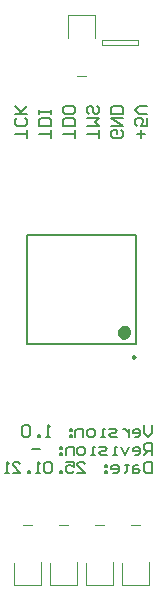
<source format=gbo>
G04*
G04 #@! TF.GenerationSoftware,Altium Limited,Altium Designer,21.0.9 (235)*
G04*
G04 Layer_Color=32896*
%FSLAX25Y25*%
%MOIN*%
G70*
G04*
G04 #@! TF.SameCoordinates,CEEBEC93-FDC5-4B9E-8111-BC73F9B13B43*
G04*
G04*
G04 #@! TF.FilePolarity,Positive*
G04*
G01*
G75*
%ADD15C,0.00984*%
%ADD39C,0.02362*%
%ADD40C,0.00394*%
%ADD41C,0.00787*%
%ADD42C,0.00591*%
D15*
X54012Y78559D02*
X53274Y78985D01*
Y78133D01*
X54012Y78559D01*
D39*
X51354Y86827D02*
X50910Y87750D01*
X49910Y87978D01*
X49109Y87339D01*
Y86314D01*
X49910Y85675D01*
X50910Y85903D01*
X51354Y86827D01*
D40*
X34600Y172300D02*
X34850D01*
X37600D01*
X31600Y184900D02*
Y185600D01*
Y190100D01*
X40400Y185000D02*
Y187100D01*
Y190100D01*
X31600D02*
Y192500D01*
X40400D01*
Y190100D02*
Y192500D01*
X55150Y22700D02*
X55400D01*
X52400D02*
X55150D01*
X58400Y9400D02*
Y10100D01*
Y4900D02*
Y9400D01*
X49600Y7900D02*
Y10000D01*
Y4900D02*
Y7900D01*
X58400Y2500D02*
Y4900D01*
X49600Y2500D02*
X58400D01*
X49600D02*
Y4900D01*
X25600Y2500D02*
Y4900D01*
Y2500D02*
X34400D01*
Y4900D01*
X25600D02*
Y7900D01*
Y10000D01*
X34400Y4900D02*
Y9400D01*
Y10100D01*
X28400Y22700D02*
X31150D01*
X31400D01*
X13600Y2500D02*
Y4900D01*
Y2500D02*
X22400D01*
Y4900D01*
X13600D02*
Y7900D01*
Y10000D01*
X22400Y4900D02*
Y9400D01*
Y10100D01*
X16400Y22700D02*
X19150D01*
X19400D01*
X43000Y182509D02*
X55000D01*
Y184209D01*
X43000D02*
X55000D01*
X43000Y182509D02*
Y184209D01*
X37600Y2500D02*
Y4900D01*
Y2500D02*
X46400D01*
Y4900D01*
X37600D02*
Y7900D01*
Y10000D01*
X46400Y4900D02*
Y9400D01*
Y10100D01*
X40400Y22700D02*
X43150D01*
X43400D01*
D41*
X17890Y82890D02*
Y119110D01*
X54110Y82890D02*
Y119110D01*
X17890D02*
X54110D01*
X17890Y82890D02*
X54110D01*
D42*
X49312Y154214D02*
X49968Y153558D01*
Y152246D01*
X49312Y151591D01*
X46688D01*
X46032Y152246D01*
Y153558D01*
X46688Y154214D01*
X48000D01*
Y152902D01*
X46032Y155526D02*
X49968D01*
X46032Y158150D01*
X49968D01*
Y159462D02*
X46032D01*
Y161430D01*
X46688Y162086D01*
X49312D01*
X49968Y161430D01*
Y159462D01*
X25968Y151591D02*
Y154214D01*
Y152902D01*
X22032D01*
X25968Y155526D02*
X22032D01*
Y157494D01*
X22688Y158150D01*
X25312D01*
X25968Y157494D01*
Y155526D01*
Y159462D02*
Y160774D01*
Y160118D01*
X22032D01*
Y159462D01*
Y160774D01*
X17968Y151591D02*
Y154214D01*
Y152902D01*
X14032D01*
X17312Y158150D02*
X17968Y157494D01*
Y156182D01*
X17312Y155526D01*
X14688D01*
X14032Y156182D01*
Y157494D01*
X14688Y158150D01*
X17968Y159462D02*
X14032D01*
X15344D01*
X17968Y162086D01*
X16000Y160118D01*
X14032Y162086D01*
X56000Y151591D02*
Y154214D01*
X57312Y152902D02*
X54688D01*
X57968Y158150D02*
Y155526D01*
X56000D01*
X56656Y156838D01*
Y157494D01*
X56000Y158150D01*
X54688D01*
X54032Y157494D01*
Y156182D01*
X54688Y155526D01*
X57968Y159462D02*
X55344D01*
X54032Y160774D01*
X55344Y162086D01*
X57968D01*
X41968Y151591D02*
Y154214D01*
Y152902D01*
X38032D01*
Y155526D02*
X41968D01*
X40656Y156838D01*
X41968Y158150D01*
X38032D01*
X41312Y162086D02*
X41968Y161430D01*
Y160118D01*
X41312Y159462D01*
X40656D01*
X40000Y160118D01*
Y161430D01*
X39344Y162086D01*
X38688D01*
X38032Y161430D01*
Y160118D01*
X38688Y159462D01*
X33968Y151591D02*
Y154214D01*
Y152902D01*
X30032D01*
X33968Y155526D02*
X30032D01*
Y157494D01*
X30688Y158150D01*
X33312D01*
X33968Y157494D01*
Y155526D01*
Y161430D02*
Y160118D01*
X33312Y159462D01*
X30688D01*
X30032Y160118D01*
Y161430D01*
X30688Y162086D01*
X33312D01*
X33968Y161430D01*
X59610Y55967D02*
Y53343D01*
X58298Y52032D01*
X56986Y53343D01*
Y55967D01*
X53707Y52032D02*
X55019D01*
X55674Y52688D01*
Y54000D01*
X55019Y54655D01*
X53707D01*
X53051Y54000D01*
Y53343D01*
X55674D01*
X51739Y54655D02*
Y52032D01*
Y53343D01*
X51083Y54000D01*
X50427Y54655D01*
X49771D01*
X47803Y52032D02*
X45835D01*
X45179Y52688D01*
X45835Y53343D01*
X47147D01*
X47803Y54000D01*
X47147Y54655D01*
X45179D01*
X43867Y52032D02*
X42555D01*
X43211D01*
Y54655D01*
X43867D01*
X39931Y52032D02*
X38620D01*
X37964Y52688D01*
Y54000D01*
X38620Y54655D01*
X39931D01*
X40587Y54000D01*
Y52688D01*
X39931Y52032D01*
X36652D02*
Y54655D01*
X34684D01*
X34028Y54000D01*
Y52032D01*
X32716Y54655D02*
X32060D01*
Y54000D01*
X32716D01*
Y54655D01*
Y52688D02*
X32060D01*
Y52032D01*
X32716D01*
Y52688D01*
X25501Y52032D02*
X24189D01*
X24845D01*
Y55967D01*
X25501Y55311D01*
X22221Y52032D02*
Y52688D01*
X21565D01*
Y52032D01*
X22221D01*
X18941Y55311D02*
X18285Y55967D01*
X16973D01*
X16317Y55311D01*
Y52688D01*
X16973Y52032D01*
X18285D01*
X18941Y52688D01*
Y55311D01*
X59610Y45891D02*
Y49827D01*
X57642D01*
X56986Y49171D01*
Y47859D01*
X57642Y47203D01*
X59610D01*
X58298D02*
X56986Y45891D01*
X53707D02*
X55019D01*
X55674Y46547D01*
Y47859D01*
X55019Y48515D01*
X53707D01*
X53051Y47859D01*
Y47203D01*
X55674D01*
X51739Y48515D02*
X50427Y45891D01*
X49115Y48515D01*
X47803Y45891D02*
X46491D01*
X47147D01*
Y48515D01*
X47803D01*
X44523Y45891D02*
X42555D01*
X41899Y46547D01*
X42555Y47203D01*
X43867D01*
X44523Y47859D01*
X43867Y48515D01*
X41899D01*
X40587Y45891D02*
X39276D01*
X39931D01*
Y48515D01*
X40587D01*
X36652Y45891D02*
X35340D01*
X34684Y46547D01*
Y47859D01*
X35340Y48515D01*
X36652D01*
X37308Y47859D01*
Y46547D01*
X36652Y45891D01*
X33372D02*
Y48515D01*
X31404D01*
X30748Y47859D01*
Y45891D01*
X29436Y48515D02*
X28780D01*
Y47859D01*
X29436D01*
Y48515D01*
Y46547D02*
X28780D01*
Y45891D01*
X29436D01*
Y46547D01*
X22221Y47859D02*
X19597D01*
X59610Y43687D02*
Y39751D01*
X57642D01*
X56986Y40407D01*
Y43031D01*
X57642Y43687D01*
X59610D01*
X55019Y42375D02*
X53707D01*
X53051Y41719D01*
Y39751D01*
X55019D01*
X55674Y40407D01*
X55019Y41063D01*
X53051D01*
X51083Y43031D02*
Y42375D01*
X51739D01*
X50427D01*
X51083D01*
Y40407D01*
X50427Y39751D01*
X46491D02*
X47803D01*
X48459Y40407D01*
Y41719D01*
X47803Y42375D01*
X46491D01*
X45835Y41719D01*
Y41063D01*
X48459D01*
X44523Y42375D02*
X43867D01*
Y41719D01*
X44523D01*
Y42375D01*
Y40407D02*
X43867D01*
Y39751D01*
X44523D01*
Y40407D01*
X34684Y39751D02*
X37308D01*
X34684Y42375D01*
Y43031D01*
X35340Y43687D01*
X36652D01*
X37308Y43031D01*
X30748Y43687D02*
X33372D01*
Y41719D01*
X32060Y42375D01*
X31404D01*
X30748Y41719D01*
Y40407D01*
X31404Y39751D01*
X32716D01*
X33372Y40407D01*
X29436Y39751D02*
Y40407D01*
X28780D01*
Y39751D01*
X29436D01*
X26156Y43031D02*
X25501Y43687D01*
X24189D01*
X23533Y43031D01*
Y40407D01*
X24189Y39751D01*
X25501D01*
X26156Y40407D01*
Y43031D01*
X22221Y39751D02*
X20909D01*
X21565D01*
Y43687D01*
X22221Y43031D01*
X18941Y39751D02*
Y40407D01*
X18285D01*
Y39751D01*
X18941D01*
X13037D02*
X15661D01*
X13037Y42375D01*
Y43031D01*
X13693Y43687D01*
X15005D01*
X15661Y43031D01*
X11725Y39751D02*
X10413D01*
X11069D01*
Y43687D01*
X11725Y43031D01*
M02*

</source>
